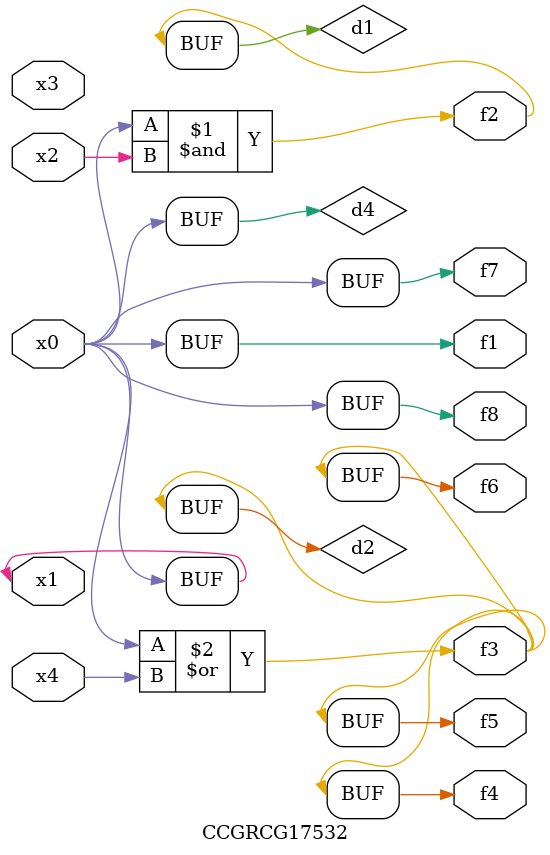
<source format=v>
module CCGRCG17532(
	input x0, x1, x2, x3, x4,
	output f1, f2, f3, f4, f5, f6, f7, f8
);

	wire d1, d2, d3, d4;

	and (d1, x0, x2);
	or (d2, x0, x4);
	nand (d3, x0, x2);
	buf (d4, x0, x1);
	assign f1 = d4;
	assign f2 = d1;
	assign f3 = d2;
	assign f4 = d2;
	assign f5 = d2;
	assign f6 = d2;
	assign f7 = d4;
	assign f8 = d4;
endmodule

</source>
